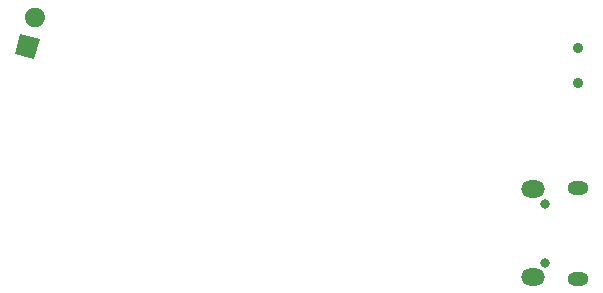
<source format=gbr>
%TF.GenerationSoftware,KiCad,Pcbnew,(5.1.10)-1*%
%TF.CreationDate,2021-09-09T07:46:21-05:00*%
%TF.ProjectId,Pivot_stand,5069766f-745f-4737-9461-6e642e6b6963,rev?*%
%TF.SameCoordinates,Original*%
%TF.FileFunction,Soldermask,Bot*%
%TF.FilePolarity,Negative*%
%FSLAX46Y46*%
G04 Gerber Fmt 4.6, Leading zero omitted, Abs format (unit mm)*
G04 Created by KiCad (PCBNEW (5.1.10)-1) date 2021-09-09 07:46:21*
%MOMM*%
%LPD*%
G01*
G04 APERTURE LIST*
%ADD10C,0.900000*%
%ADD11C,0.100000*%
%ADD12O,0.800000X0.800000*%
%ADD13O,1.800000X1.150000*%
%ADD14O,2.000000X1.450000*%
G04 APERTURE END LIST*
D10*
%TO.C,I/O*%
X174050000Y-119912000D03*
X174050000Y-122912000D03*
%TD*%
D11*
%TO.C,J2*%
G36*
X128441033Y-119198959D02*
G01*
X128001041Y-120841033D01*
X126358967Y-120401041D01*
X126798959Y-118758967D01*
X128441033Y-119198959D01*
G37*
G36*
G01*
X128878437Y-117566544D02*
X128878437Y-117566544D01*
G75*
G02*
X127837404Y-118167585I-821037J219996D01*
G01*
X127837404Y-118167585D01*
G75*
G02*
X127236363Y-117126552I219996J821037D01*
G01*
X127236363Y-117126552D01*
G75*
G02*
X128277396Y-116525511I821037J-219996D01*
G01*
X128277396Y-116525511D01*
G75*
G02*
X128878437Y-117566544I-219996J-821037D01*
G01*
G37*
%TD*%
D12*
%TO.C,J1*%
X171259600Y-133136000D03*
X171259600Y-138136000D03*
D13*
X174009600Y-131761000D03*
X174009600Y-139511000D03*
D14*
X170209600Y-131911000D03*
X170209600Y-139361000D03*
%TD*%
M02*

</source>
